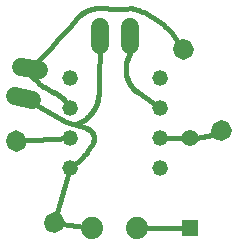
<source format=gtl>
G75*
%MOIN*%
%OFA0B0*%
%FSLAX25Y25*%
%IPPOS*%
%LPD*%
%AMOC8*
5,1,8,0,0,1.08239X$1,22.5*
%
%ADD10C,0.05200*%
%ADD11C,0.01320*%
%ADD12C,0.07400*%
%ADD13C,0.05937*%
%ADD14C,0.05543*%
%ADD15R,0.05543X0.05543*%
%ADD16C,0.01600*%
%ADD17C,0.01200*%
D10*
X0029487Y0033798D03*
X0029487Y0043798D03*
X0029487Y0053798D03*
X0029487Y0063798D03*
X0059487Y0063798D03*
X0059487Y0053798D03*
X0059487Y0043798D03*
X0059487Y0033798D03*
D11*
X0024781Y0017827D02*
X0024121Y0018487D01*
X0026176Y0017739D01*
X0027100Y0015758D01*
X0026352Y0013703D01*
X0024371Y0012779D01*
X0022316Y0013527D01*
X0021392Y0015508D01*
X0022140Y0017563D01*
X0024121Y0018487D01*
X0024168Y0017417D01*
X0025452Y0016949D01*
X0026030Y0015711D01*
X0025562Y0014427D01*
X0024324Y0013849D01*
X0023040Y0014317D01*
X0022462Y0015555D01*
X0022930Y0016839D01*
X0024168Y0017417D01*
X0024215Y0016346D01*
X0024728Y0016159D01*
X0024959Y0015664D01*
X0024772Y0015151D01*
X0024277Y0014920D01*
X0023764Y0015107D01*
X0023533Y0015602D01*
X0023720Y0016115D01*
X0024215Y0016346D01*
X0012103Y0045016D02*
X0011443Y0045676D01*
X0013498Y0044928D01*
X0014422Y0042947D01*
X0013674Y0040892D01*
X0011693Y0039968D01*
X0009638Y0040716D01*
X0008714Y0042697D01*
X0009462Y0044752D01*
X0011443Y0045676D01*
X0011490Y0044606D01*
X0012774Y0044138D01*
X0013352Y0042900D01*
X0012884Y0041616D01*
X0011646Y0041038D01*
X0010362Y0041506D01*
X0009784Y0042744D01*
X0010252Y0044028D01*
X0011490Y0044606D01*
X0011537Y0043535D01*
X0012050Y0043348D01*
X0012281Y0042853D01*
X0012094Y0042340D01*
X0011599Y0042109D01*
X0011086Y0042296D01*
X0010855Y0042791D01*
X0011042Y0043304D01*
X0011537Y0043535D01*
X0067781Y0075637D02*
X0067121Y0076297D01*
X0069176Y0075549D01*
X0070100Y0073568D01*
X0069352Y0071513D01*
X0067371Y0070589D01*
X0065316Y0071337D01*
X0064392Y0073318D01*
X0065140Y0075373D01*
X0067121Y0076297D01*
X0067168Y0075227D01*
X0068452Y0074759D01*
X0069030Y0073521D01*
X0068562Y0072237D01*
X0067324Y0071659D01*
X0066040Y0072127D01*
X0065462Y0073365D01*
X0065930Y0074649D01*
X0067168Y0075227D01*
X0067215Y0074156D01*
X0067728Y0073969D01*
X0067959Y0073474D01*
X0067772Y0072961D01*
X0067277Y0072730D01*
X0066764Y0072917D01*
X0066533Y0073412D01*
X0066720Y0073925D01*
X0067215Y0074156D01*
X0080459Y0048448D02*
X0079799Y0049108D01*
X0081854Y0048360D01*
X0082778Y0046379D01*
X0082030Y0044324D01*
X0080049Y0043400D01*
X0077994Y0044148D01*
X0077070Y0046129D01*
X0077818Y0048184D01*
X0079799Y0049108D01*
X0079846Y0048038D01*
X0081130Y0047570D01*
X0081708Y0046332D01*
X0081240Y0045048D01*
X0080002Y0044470D01*
X0078718Y0044938D01*
X0078140Y0046176D01*
X0078608Y0047460D01*
X0079846Y0048038D01*
X0079893Y0046967D01*
X0080406Y0046780D01*
X0080637Y0046285D01*
X0080450Y0045772D01*
X0079955Y0045541D01*
X0079442Y0045728D01*
X0079211Y0046223D01*
X0079398Y0046736D01*
X0079893Y0046967D01*
D12*
X0051987Y0013798D03*
X0036987Y0013798D03*
D13*
X0016965Y0056622D02*
X0011158Y0057857D01*
X0013237Y0067638D02*
X0019044Y0066404D01*
X0039487Y0074830D02*
X0039487Y0080767D01*
X0049487Y0080767D02*
X0049487Y0074830D01*
D14*
X0069487Y0043798D03*
D15*
X0069487Y0013798D03*
D16*
X0051987Y0013798D01*
X0036987Y0013798D02*
X0024246Y0015633D01*
X0029487Y0033798D01*
X0029487Y0043798D02*
X0011568Y0042822D01*
X0024050Y0059050D02*
X0024298Y0058931D01*
X0024543Y0058807D01*
X0024786Y0058677D01*
X0025025Y0058541D01*
X0025261Y0058400D01*
X0025493Y0058252D01*
X0025722Y0058100D01*
X0025947Y0057941D01*
X0026168Y0057778D01*
X0026386Y0057609D01*
X0026599Y0057435D01*
X0026808Y0057256D01*
X0027012Y0057073D01*
X0027213Y0056884D01*
X0027408Y0056690D01*
X0027599Y0056492D01*
X0027785Y0056290D01*
X0027966Y0056083D01*
X0028142Y0055871D01*
X0028313Y0055656D01*
X0028479Y0055436D01*
X0028640Y0055213D01*
X0028795Y0054986D01*
X0028945Y0054755D01*
X0029089Y0054521D01*
X0029227Y0054283D01*
X0029360Y0054042D01*
X0029487Y0053798D01*
X0028050Y0049050D02*
X0035050Y0047050D01*
X0035161Y0047011D01*
X0035271Y0046968D01*
X0035379Y0046922D01*
X0035486Y0046872D01*
X0035591Y0046818D01*
X0035694Y0046761D01*
X0035795Y0046701D01*
X0035894Y0046637D01*
X0035991Y0046570D01*
X0036086Y0046499D01*
X0036178Y0046426D01*
X0036268Y0046350D01*
X0036355Y0046270D01*
X0036439Y0046188D01*
X0036521Y0046103D01*
X0036599Y0046015D01*
X0036675Y0045925D01*
X0036748Y0045832D01*
X0036817Y0045737D01*
X0036883Y0045640D01*
X0036946Y0045540D01*
X0037006Y0045438D01*
X0037062Y0045335D01*
X0037115Y0045230D01*
X0037164Y0045123D01*
X0037210Y0045014D01*
X0037252Y0044904D01*
X0037290Y0044792D01*
X0037324Y0044680D01*
X0037355Y0044566D01*
X0037382Y0044451D01*
X0037405Y0044336D01*
X0037424Y0044219D01*
X0037439Y0044103D01*
X0037451Y0043985D01*
X0037458Y0043868D01*
X0037462Y0043750D01*
X0037461Y0043632D01*
X0037457Y0043514D01*
X0037449Y0043397D01*
X0037436Y0043280D01*
X0037420Y0043163D01*
X0037400Y0043047D01*
X0037376Y0042932D01*
X0037349Y0042817D01*
X0037317Y0042704D01*
X0037282Y0042591D01*
X0037243Y0042480D01*
X0037200Y0042370D01*
X0037154Y0042262D01*
X0037104Y0042155D01*
X0037050Y0042050D01*
X0028050Y0049050D02*
X0014062Y0057239D01*
X0037050Y0042050D02*
X0036792Y0041578D01*
X0036522Y0041111D01*
X0036241Y0040651D01*
X0035949Y0040199D01*
X0035646Y0039753D01*
X0035333Y0039315D01*
X0035009Y0038884D01*
X0034675Y0038462D01*
X0034330Y0038047D01*
X0033976Y0037642D01*
X0033612Y0037244D01*
X0033238Y0036856D01*
X0032855Y0036477D01*
X0032464Y0036107D01*
X0032063Y0035747D01*
X0031654Y0035397D01*
X0031236Y0035056D01*
X0030810Y0034726D01*
X0030377Y0034406D01*
X0029936Y0034097D01*
X0029487Y0033798D01*
X0033050Y0049050D02*
X0033293Y0049186D01*
X0033532Y0049328D01*
X0033767Y0049475D01*
X0033999Y0049629D01*
X0034227Y0049788D01*
X0034451Y0049952D01*
X0034671Y0050121D01*
X0034887Y0050296D01*
X0035098Y0050476D01*
X0035306Y0050662D01*
X0035508Y0050852D01*
X0035706Y0051047D01*
X0035900Y0051246D01*
X0036088Y0051450D01*
X0036272Y0051659D01*
X0036450Y0051872D01*
X0036623Y0052089D01*
X0036791Y0052311D01*
X0036954Y0052536D01*
X0037111Y0052765D01*
X0037262Y0052998D01*
X0037408Y0053235D01*
X0037548Y0053475D01*
X0037683Y0053718D01*
X0037811Y0053965D01*
X0037933Y0054214D01*
X0038050Y0054466D01*
X0038160Y0054722D01*
X0038264Y0054979D01*
X0038362Y0055239D01*
X0038453Y0055502D01*
X0038538Y0055766D01*
X0038617Y0056033D01*
X0038689Y0056301D01*
X0038755Y0056571D01*
X0038814Y0056842D01*
X0038867Y0057115D01*
X0038913Y0057389D01*
X0038953Y0057664D01*
X0038986Y0057940D01*
X0039012Y0058217D01*
X0039031Y0058494D01*
X0039044Y0058772D01*
X0039050Y0059050D01*
X0050050Y0087050D02*
X0050645Y0086894D01*
X0051236Y0086724D01*
X0051824Y0086540D01*
X0052406Y0086342D01*
X0052984Y0086130D01*
X0053556Y0085904D01*
X0054123Y0085664D01*
X0054683Y0085411D01*
X0055238Y0085144D01*
X0055786Y0084864D01*
X0056327Y0084571D01*
X0056861Y0084265D01*
X0057387Y0083946D01*
X0057905Y0083615D01*
X0058416Y0083271D01*
X0058918Y0082915D01*
X0059411Y0082547D01*
X0059895Y0082168D01*
X0060370Y0081777D01*
X0060836Y0081374D01*
X0061291Y0080961D01*
X0061737Y0080536D01*
X0062172Y0080101D01*
X0062597Y0079656D01*
X0063010Y0079200D01*
X0063413Y0078735D01*
X0063804Y0078260D01*
X0064184Y0077776D01*
X0064552Y0077283D01*
X0064908Y0076781D01*
X0065252Y0076271D01*
X0065584Y0075753D01*
X0065903Y0075227D01*
X0066209Y0074693D01*
X0066502Y0074152D01*
X0066783Y0073604D01*
X0067050Y0073050D01*
X0069487Y0043798D02*
X0070056Y0043805D01*
X0070625Y0043826D01*
X0071194Y0043860D01*
X0071761Y0043909D01*
X0072327Y0043971D01*
X0072891Y0044047D01*
X0073454Y0044137D01*
X0074013Y0044240D01*
X0074571Y0044357D01*
X0075125Y0044487D01*
X0075676Y0044631D01*
X0076223Y0044788D01*
X0076766Y0044959D01*
X0077305Y0045142D01*
X0077840Y0045339D01*
X0078369Y0045549D01*
X0078893Y0045771D01*
X0079412Y0046006D01*
X0079924Y0046254D01*
X0069487Y0043798D02*
X0059487Y0043798D01*
X0059487Y0053798D02*
X0052050Y0059050D01*
X0051861Y0059186D01*
X0051677Y0059327D01*
X0051495Y0059473D01*
X0051318Y0059622D01*
X0051144Y0059777D01*
X0050974Y0059935D01*
X0050808Y0060097D01*
X0050646Y0060264D01*
X0050488Y0060434D01*
X0050334Y0060608D01*
X0050185Y0060786D01*
X0050040Y0060968D01*
X0049899Y0061153D01*
X0049763Y0061341D01*
X0049632Y0061533D01*
X0049505Y0061728D01*
X0049384Y0061926D01*
X0049267Y0062127D01*
X0049155Y0062330D01*
X0049048Y0062537D01*
X0048946Y0062745D01*
X0048850Y0062957D01*
X0048758Y0063170D01*
X0048672Y0063386D01*
X0048591Y0063604D01*
X0048516Y0063824D01*
X0048446Y0064045D01*
X0048381Y0064269D01*
X0048322Y0064493D01*
X0048268Y0064719D01*
X0048220Y0064947D01*
X0048178Y0065175D01*
X0048141Y0065405D01*
X0048110Y0065635D01*
X0048084Y0065866D01*
X0048064Y0066097D01*
X0048050Y0066329D01*
X0048042Y0066561D01*
X0048039Y0066794D01*
X0048042Y0067026D01*
X0048050Y0067258D01*
X0048065Y0067490D01*
X0048085Y0067722D01*
X0048110Y0067953D01*
X0048142Y0068183D01*
X0048179Y0068412D01*
X0048221Y0068641D01*
X0048269Y0068868D01*
X0048323Y0069094D01*
X0048382Y0069319D01*
X0048447Y0069542D01*
X0048517Y0069763D01*
X0048592Y0069983D01*
X0048673Y0070201D01*
X0048759Y0070417D01*
X0048851Y0070630D01*
X0048948Y0070842D01*
X0049049Y0071050D01*
X0049051Y0071050D02*
X0049142Y0071233D01*
X0049229Y0071418D01*
X0049311Y0071605D01*
X0049389Y0071794D01*
X0049462Y0071985D01*
X0049531Y0072178D01*
X0049595Y0072372D01*
X0049654Y0072568D01*
X0049708Y0072765D01*
X0049758Y0072964D01*
X0049803Y0073163D01*
X0049843Y0073364D01*
X0049878Y0073566D01*
X0049908Y0073768D01*
X0049934Y0073971D01*
X0049955Y0074174D01*
X0049970Y0074378D01*
X0049981Y0074583D01*
X0049987Y0074787D01*
X0049988Y0074992D01*
X0049984Y0075196D01*
X0049975Y0075401D01*
X0049961Y0075605D01*
X0049942Y0075808D01*
X0049918Y0076012D01*
X0049890Y0076214D01*
X0049856Y0076416D01*
X0049818Y0076617D01*
X0049775Y0076817D01*
X0049727Y0077016D01*
X0049674Y0077213D01*
X0049617Y0077410D01*
X0049555Y0077605D01*
X0049488Y0077798D01*
X0041050Y0087050D02*
X0040793Y0087082D01*
X0040536Y0087108D01*
X0040278Y0087128D01*
X0040020Y0087141D01*
X0039761Y0087149D01*
X0039503Y0087150D01*
X0039244Y0087144D01*
X0038986Y0087133D01*
X0038728Y0087115D01*
X0038470Y0087091D01*
X0038213Y0087061D01*
X0037957Y0087025D01*
X0037702Y0086983D01*
X0037448Y0086934D01*
X0037195Y0086879D01*
X0036944Y0086818D01*
X0036694Y0086752D01*
X0036446Y0086679D01*
X0036200Y0086600D01*
X0035955Y0086515D01*
X0035713Y0086425D01*
X0035473Y0086328D01*
X0035236Y0086226D01*
X0035001Y0086118D01*
X0034768Y0086005D01*
X0034539Y0085886D01*
X0034312Y0085761D01*
X0034088Y0085631D01*
X0033868Y0085495D01*
X0033651Y0085355D01*
X0033438Y0085209D01*
X0033228Y0085058D01*
X0033021Y0084902D01*
X0032819Y0084741D01*
X0032620Y0084575D01*
X0032426Y0084405D01*
X0032236Y0084230D01*
X0032050Y0084050D01*
X0016049Y0065050D02*
X0016422Y0064632D01*
X0016804Y0064224D01*
X0017196Y0063824D01*
X0017597Y0063433D01*
X0018007Y0063052D01*
X0018426Y0062681D01*
X0018853Y0062320D01*
X0019289Y0061968D01*
X0019732Y0061627D01*
X0020184Y0061297D01*
X0020643Y0060977D01*
X0021110Y0060668D01*
X0021584Y0060370D01*
X0022064Y0060083D01*
X0022551Y0059807D01*
X0023045Y0059543D01*
X0023544Y0059291D01*
X0024050Y0059050D01*
X0041050Y0087050D02*
X0043300Y0086982D01*
X0045550Y0086959D01*
X0047800Y0086982D01*
X0050050Y0087050D01*
X0039487Y0077798D02*
X0039050Y0059050D01*
X0016141Y0067020D02*
X0019477Y0070278D01*
X0022738Y0073612D01*
X0025921Y0077020D01*
X0029026Y0080499D01*
X0032050Y0084049D01*
D17*
X0016141Y0067021D02*
X0016088Y0066968D01*
X0016038Y0066912D01*
X0015991Y0066853D01*
X0015947Y0066792D01*
X0015906Y0066729D01*
X0015869Y0066664D01*
X0015835Y0066597D01*
X0015805Y0066528D01*
X0015779Y0066458D01*
X0015756Y0066386D01*
X0015737Y0066314D01*
X0015721Y0066240D01*
X0015710Y0066166D01*
X0015703Y0066091D01*
X0015699Y0066016D01*
X0015700Y0065941D01*
X0015704Y0065866D01*
X0015713Y0065791D01*
X0015725Y0065717D01*
X0015741Y0065644D01*
X0015761Y0065572D01*
X0015785Y0065500D01*
X0015812Y0065430D01*
X0015843Y0065362D01*
X0015878Y0065295D01*
X0015916Y0065231D01*
X0015958Y0065168D01*
X0016003Y0065108D01*
X0016050Y0065050D01*
X0028050Y0049050D02*
X0028175Y0048985D01*
X0028301Y0048922D01*
X0028429Y0048863D01*
X0028558Y0048807D01*
X0028689Y0048755D01*
X0028822Y0048707D01*
X0028955Y0048662D01*
X0029090Y0048621D01*
X0029226Y0048583D01*
X0029363Y0048549D01*
X0029500Y0048519D01*
X0029639Y0048492D01*
X0029778Y0048470D01*
X0029917Y0048451D01*
X0030057Y0048435D01*
X0030198Y0048424D01*
X0030339Y0048416D01*
X0030480Y0048412D01*
X0030620Y0048412D01*
X0030761Y0048416D01*
X0030902Y0048424D01*
X0031043Y0048435D01*
X0031183Y0048451D01*
X0031322Y0048470D01*
X0031461Y0048492D01*
X0031600Y0048519D01*
X0031737Y0048549D01*
X0031874Y0048583D01*
X0032010Y0048621D01*
X0032145Y0048662D01*
X0032278Y0048707D01*
X0032411Y0048755D01*
X0032542Y0048807D01*
X0032671Y0048863D01*
X0032799Y0048922D01*
X0032925Y0048985D01*
X0033050Y0049050D01*
X0067050Y0073050D02*
X0067246Y0073443D01*
M02*

</source>
